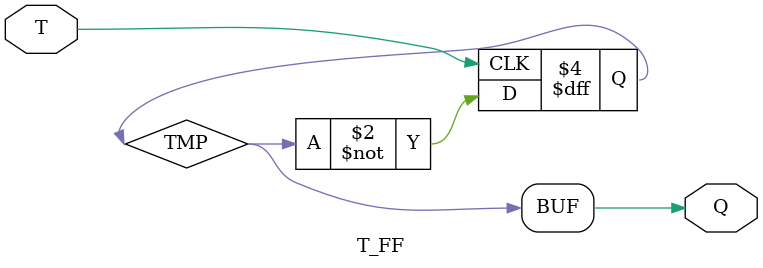
<source format=v>
`resetall
`timescale 1ns/1ns
module T_FF ( T, Q );
	// Input/Output Signal
	input  wire T;
	output wire Q;
	// Internal Signal
	reg TMP;
	
	initial TMP <= 0;
	
	always @( posedge T )
		begin
			TMP <= ~TMP;
		end
	
	assign Q = TMP;
endmodule

</source>
